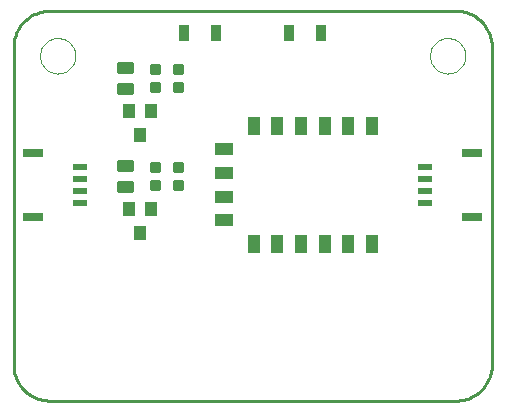
<source format=gtp>
G75*
G70*
%OFA0B0*%
%FSLAX24Y24*%
%IPPOS*%
%LPD*%
%AMOC8*
5,1,8,0,0,1.08239X$1,22.5*
%
%ADD10C,0.0100*%
%ADD11C,0.0000*%
%ADD12R,0.0472X0.0197*%
%ADD13R,0.0709X0.0315*%
%ADD14R,0.0394X0.0591*%
%ADD15R,0.0591X0.0394*%
%ADD16R,0.0400X0.0450*%
%ADD17C,0.0088*%
%ADD18R,0.0354X0.0551*%
D10*
X000278Y001364D02*
X000278Y011956D01*
X000280Y012023D01*
X000286Y012090D01*
X000295Y012157D01*
X000308Y012223D01*
X000325Y012288D01*
X000345Y012352D01*
X000369Y012415D01*
X000397Y012477D01*
X000428Y012536D01*
X000462Y012594D01*
X000499Y012650D01*
X000540Y012704D01*
X000583Y012756D01*
X000629Y012805D01*
X000678Y012851D01*
X000730Y012894D01*
X000784Y012935D01*
X000840Y012972D01*
X000898Y013006D01*
X000957Y013037D01*
X001019Y013065D01*
X001082Y013089D01*
X001146Y013109D01*
X001211Y013126D01*
X001277Y013139D01*
X001344Y013148D01*
X001411Y013154D01*
X001478Y013156D01*
X015022Y013156D01*
X015089Y013154D01*
X015156Y013148D01*
X015223Y013139D01*
X015289Y013126D01*
X015354Y013109D01*
X015418Y013089D01*
X015481Y013065D01*
X015543Y013037D01*
X015602Y013006D01*
X015660Y012972D01*
X015716Y012935D01*
X015770Y012894D01*
X015822Y012851D01*
X015871Y012805D01*
X015917Y012756D01*
X015960Y012704D01*
X016001Y012650D01*
X016038Y012594D01*
X016072Y012536D01*
X016103Y012477D01*
X016131Y012415D01*
X016155Y012352D01*
X016175Y012288D01*
X016192Y012223D01*
X016205Y012157D01*
X016214Y012090D01*
X016220Y012023D01*
X016222Y011956D01*
X016222Y001364D01*
X016220Y001297D01*
X016214Y001230D01*
X016205Y001163D01*
X016192Y001097D01*
X016175Y001032D01*
X016155Y000968D01*
X016131Y000905D01*
X016103Y000843D01*
X016072Y000784D01*
X016038Y000726D01*
X016001Y000670D01*
X015960Y000616D01*
X015917Y000564D01*
X015871Y000515D01*
X015822Y000469D01*
X015770Y000426D01*
X015716Y000385D01*
X015660Y000348D01*
X015602Y000314D01*
X015543Y000283D01*
X015481Y000255D01*
X015418Y000231D01*
X015354Y000211D01*
X015289Y000194D01*
X015223Y000181D01*
X015156Y000172D01*
X015089Y000166D01*
X015022Y000164D01*
X001478Y000164D01*
X001411Y000166D01*
X001344Y000172D01*
X001277Y000181D01*
X001211Y000194D01*
X001146Y000211D01*
X001082Y000231D01*
X001019Y000255D01*
X000957Y000283D01*
X000898Y000314D01*
X000840Y000348D01*
X000784Y000385D01*
X000730Y000426D01*
X000678Y000469D01*
X000629Y000515D01*
X000583Y000564D01*
X000540Y000616D01*
X000499Y000670D01*
X000462Y000726D01*
X000428Y000784D01*
X000397Y000843D01*
X000369Y000905D01*
X000345Y000968D01*
X000325Y001032D01*
X000308Y001097D01*
X000295Y001163D01*
X000286Y001230D01*
X000280Y001297D01*
X000278Y001364D01*
X004225Y007160D02*
X004225Y007460D01*
X004225Y007160D02*
X003775Y007160D01*
X003775Y007460D01*
X004225Y007460D01*
X004225Y007259D02*
X003775Y007259D01*
X003775Y007358D02*
X004225Y007358D01*
X004225Y007457D02*
X003775Y007457D01*
X004225Y007860D02*
X004225Y008160D01*
X004225Y007860D02*
X003775Y007860D01*
X003775Y008160D01*
X004225Y008160D01*
X004225Y007959D02*
X003775Y007959D01*
X003775Y008058D02*
X004225Y008058D01*
X004225Y008157D02*
X003775Y008157D01*
X004225Y010410D02*
X004225Y010710D01*
X004225Y010410D02*
X003775Y010410D01*
X003775Y010710D01*
X004225Y010710D01*
X004225Y010509D02*
X003775Y010509D01*
X003775Y010608D02*
X004225Y010608D01*
X004225Y010707D02*
X003775Y010707D01*
X004225Y011110D02*
X004225Y011410D01*
X004225Y011110D02*
X003775Y011110D01*
X003775Y011410D01*
X004225Y011410D01*
X004225Y011209D02*
X003775Y011209D01*
X003775Y011308D02*
X004225Y011308D01*
X004225Y011407D02*
X003775Y011407D01*
D11*
X001159Y011660D02*
X001161Y011708D01*
X001167Y011756D01*
X001177Y011803D01*
X001190Y011849D01*
X001208Y011894D01*
X001228Y011938D01*
X001253Y011980D01*
X001281Y012019D01*
X001311Y012056D01*
X001345Y012090D01*
X001382Y012122D01*
X001420Y012151D01*
X001461Y012176D01*
X001504Y012198D01*
X001549Y012216D01*
X001595Y012230D01*
X001642Y012241D01*
X001690Y012248D01*
X001738Y012251D01*
X001786Y012250D01*
X001834Y012245D01*
X001882Y012236D01*
X001928Y012224D01*
X001973Y012207D01*
X002017Y012187D01*
X002059Y012164D01*
X002099Y012137D01*
X002137Y012107D01*
X002172Y012074D01*
X002204Y012038D01*
X002234Y012000D01*
X002260Y011959D01*
X002282Y011916D01*
X002302Y011872D01*
X002317Y011827D01*
X002329Y011780D01*
X002337Y011732D01*
X002341Y011684D01*
X002341Y011636D01*
X002337Y011588D01*
X002329Y011540D01*
X002317Y011493D01*
X002302Y011448D01*
X002282Y011404D01*
X002260Y011361D01*
X002234Y011320D01*
X002204Y011282D01*
X002172Y011246D01*
X002137Y011213D01*
X002099Y011183D01*
X002059Y011156D01*
X002017Y011133D01*
X001973Y011113D01*
X001928Y011096D01*
X001882Y011084D01*
X001834Y011075D01*
X001786Y011070D01*
X001738Y011069D01*
X001690Y011072D01*
X001642Y011079D01*
X001595Y011090D01*
X001549Y011104D01*
X001504Y011122D01*
X001461Y011144D01*
X001420Y011169D01*
X001382Y011198D01*
X001345Y011230D01*
X001311Y011264D01*
X001281Y011301D01*
X001253Y011340D01*
X001228Y011382D01*
X001208Y011426D01*
X001190Y011471D01*
X001177Y011517D01*
X001167Y011564D01*
X001161Y011612D01*
X001159Y011660D01*
X014159Y011660D02*
X014161Y011708D01*
X014167Y011756D01*
X014177Y011803D01*
X014190Y011849D01*
X014208Y011894D01*
X014228Y011938D01*
X014253Y011980D01*
X014281Y012019D01*
X014311Y012056D01*
X014345Y012090D01*
X014382Y012122D01*
X014420Y012151D01*
X014461Y012176D01*
X014504Y012198D01*
X014549Y012216D01*
X014595Y012230D01*
X014642Y012241D01*
X014690Y012248D01*
X014738Y012251D01*
X014786Y012250D01*
X014834Y012245D01*
X014882Y012236D01*
X014928Y012224D01*
X014973Y012207D01*
X015017Y012187D01*
X015059Y012164D01*
X015099Y012137D01*
X015137Y012107D01*
X015172Y012074D01*
X015204Y012038D01*
X015234Y012000D01*
X015260Y011959D01*
X015282Y011916D01*
X015302Y011872D01*
X015317Y011827D01*
X015329Y011780D01*
X015337Y011732D01*
X015341Y011684D01*
X015341Y011636D01*
X015337Y011588D01*
X015329Y011540D01*
X015317Y011493D01*
X015302Y011448D01*
X015282Y011404D01*
X015260Y011361D01*
X015234Y011320D01*
X015204Y011282D01*
X015172Y011246D01*
X015137Y011213D01*
X015099Y011183D01*
X015059Y011156D01*
X015017Y011133D01*
X014973Y011113D01*
X014928Y011096D01*
X014882Y011084D01*
X014834Y011075D01*
X014786Y011070D01*
X014738Y011069D01*
X014690Y011072D01*
X014642Y011079D01*
X014595Y011090D01*
X014549Y011104D01*
X014504Y011122D01*
X014461Y011144D01*
X014420Y011169D01*
X014382Y011198D01*
X014345Y011230D01*
X014311Y011264D01*
X014281Y011301D01*
X014253Y011340D01*
X014228Y011382D01*
X014208Y011426D01*
X014190Y011471D01*
X014177Y011517D01*
X014167Y011564D01*
X014161Y011612D01*
X014159Y011660D01*
D12*
X014000Y007951D03*
X014000Y007557D03*
X014000Y007163D03*
X014000Y006769D03*
X002500Y006769D03*
X002500Y007163D03*
X002500Y007557D03*
X002500Y007951D03*
D13*
X000925Y008423D03*
X000925Y006297D03*
X015575Y006297D03*
X015575Y008423D03*
D14*
X012219Y009329D03*
X011431Y009329D03*
X010644Y009329D03*
X009856Y009329D03*
X009069Y009329D03*
X008281Y009329D03*
X008281Y005391D03*
X009069Y005391D03*
X009856Y005391D03*
X010644Y005391D03*
X011431Y005391D03*
X012219Y005391D03*
D15*
X007297Y006179D03*
X007297Y006966D03*
X007297Y007754D03*
X007297Y008541D03*
D16*
X004874Y009810D03*
X004126Y009810D03*
X004500Y009010D03*
X004126Y006560D03*
X004874Y006560D03*
X004500Y005760D03*
D17*
X005131Y007229D02*
X005131Y007491D01*
X005131Y007229D02*
X004869Y007229D01*
X004869Y007491D01*
X005131Y007491D01*
X005131Y007316D02*
X004869Y007316D01*
X004869Y007403D02*
X005131Y007403D01*
X005131Y007490D02*
X004869Y007490D01*
X005131Y007829D02*
X005131Y008091D01*
X005131Y007829D02*
X004869Y007829D01*
X004869Y008091D01*
X005131Y008091D01*
X005131Y007916D02*
X004869Y007916D01*
X004869Y008003D02*
X005131Y008003D01*
X005131Y008090D02*
X004869Y008090D01*
X005619Y008091D02*
X005619Y007829D01*
X005619Y008091D02*
X005881Y008091D01*
X005881Y007829D01*
X005619Y007829D01*
X005619Y007916D02*
X005881Y007916D01*
X005881Y008003D02*
X005619Y008003D01*
X005619Y008090D02*
X005881Y008090D01*
X005619Y007491D02*
X005619Y007229D01*
X005619Y007491D02*
X005881Y007491D01*
X005881Y007229D01*
X005619Y007229D01*
X005619Y007316D02*
X005881Y007316D01*
X005881Y007403D02*
X005619Y007403D01*
X005619Y007490D02*
X005881Y007490D01*
X005619Y010479D02*
X005619Y010741D01*
X005881Y010741D01*
X005881Y010479D01*
X005619Y010479D01*
X005619Y010566D02*
X005881Y010566D01*
X005881Y010653D02*
X005619Y010653D01*
X005619Y010740D02*
X005881Y010740D01*
X005619Y011079D02*
X005619Y011341D01*
X005881Y011341D01*
X005881Y011079D01*
X005619Y011079D01*
X005619Y011166D02*
X005881Y011166D01*
X005881Y011253D02*
X005619Y011253D01*
X005619Y011340D02*
X005881Y011340D01*
X005131Y011341D02*
X005131Y011079D01*
X004869Y011079D01*
X004869Y011341D01*
X005131Y011341D01*
X005131Y011166D02*
X004869Y011166D01*
X004869Y011253D02*
X005131Y011253D01*
X005131Y011340D02*
X004869Y011340D01*
X005131Y010741D02*
X005131Y010479D01*
X004869Y010479D01*
X004869Y010741D01*
X005131Y010741D01*
X005131Y010566D02*
X004869Y010566D01*
X004869Y010653D02*
X005131Y010653D01*
X005131Y010740D02*
X004869Y010740D01*
D18*
X005969Y012410D03*
X007031Y012410D03*
X009469Y012410D03*
X010531Y012410D03*
M02*

</source>
